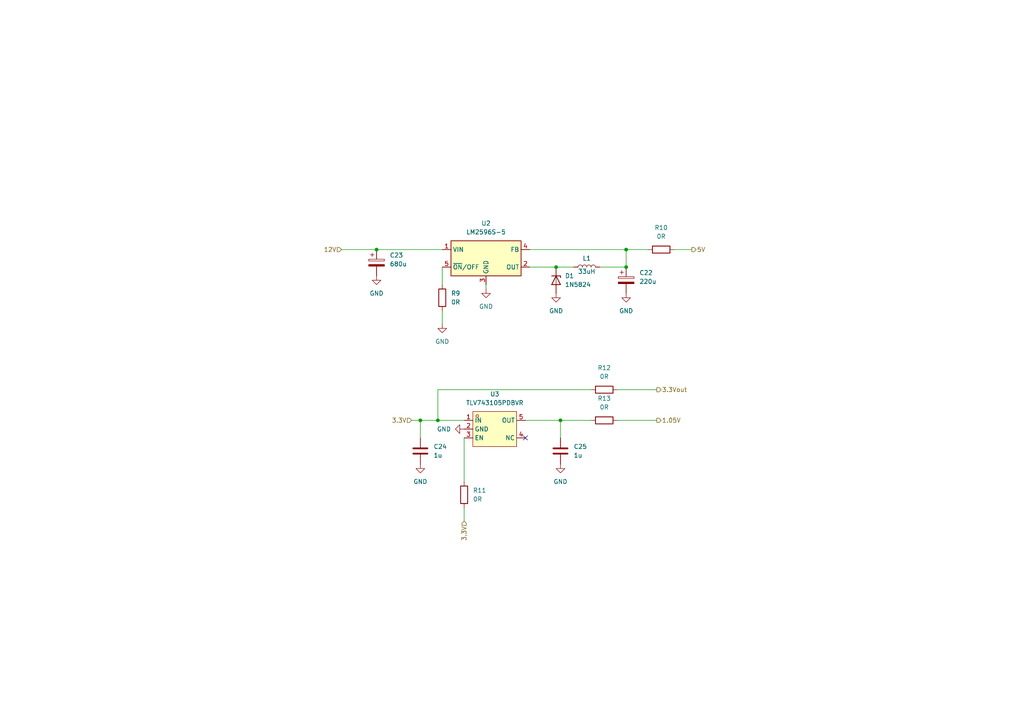
<source format=kicad_sch>
(kicad_sch (version 20230121) (generator eeschema)
  (paper "A4")
  (lib_symbols
    (symbol "Device:C" (pin_numbers hide) (pin_names (offset 0.254))
      (property "Reference" "C" (at 0.635 2.54 0))
      (property "Value" "C" (at 0.635 -2.54 0))
      (symbol "C_0_1"
        (polyline (pts (xy -2.032 -0.762) (xy 2.032 -0.762)) (stroke (width 0.508)))
        (polyline (pts (xy -2.032 0.762) (xy 2.032 0.762)) (stroke (width 0.508)))
      )
      (symbol "C_1_1"
        (pin passive line (at 0 3.81 270) (length 2.794) (name "~") (number "1"))
        (pin passive line (at 0 -3.81 90) (length 2.794) (name "~") (number "2"))
      )
    )
    (symbol "Device:C_Polarized" (pin_numbers hide) (pin_names (offset 0.254))
      (property "Reference" "C" (at 0.635 2.54 0))
      (property "Value" "C_Polarized" (at 0.635 -2.54 0))
      (symbol "C_Polarized_0_1"
        (rectangle (start -2.286 0.508) (end 2.286 1.016))
        (polyline (pts (xy -1.778 2.286) (xy -0.762 2.286)))
        (polyline (pts (xy -1.27 2.794) (xy -1.27 1.778)))
        (rectangle (start 2.286 -0.508) (end -2.286 -1.016) (fill (type outline)))
      )
      (symbol "C_Polarized_1_1"
        (pin passive line (at 0 3.81 270) (length 2.794) (name "~") (number "1"))
        (pin passive line (at 0 -3.81 90) (length 2.794) (name "~") (number "2"))
      )
    )
    (symbol "Device:D_Zener" (pin_numbers hide) (pin_names (offset 1.016) hide)
      (property "Reference" "D" (at 0 2.54 0))
      (property "Value" "D_Zener" (at 0 -2.54 0))
      (symbol "D_Zener_0_1"
        (polyline (pts (xy 1.27 0) (xy -1.27 0)))
        (polyline (pts (xy -1.27 -1.27) (xy -1.27 1.27) (xy -0.762 1.27)) (stroke (width 0.254)))
        (polyline (pts (xy 1.27 -1.27) (xy 1.27 1.27) (xy -1.27 0) (xy 1.27 -1.27)) (stroke (width 0.254)))
      )
      (symbol "D_Zener_1_1"
        (pin passive line (at -3.81 0 0) (length 2.54) (name "K") (number "1"))
        (pin passive line (at 3.81 0 180) (length 2.54) (name "A") (number "2"))
      )
    )
    (symbol "Device:L" (pin_numbers hide) (pin_names (offset 1.016) hide)
      (property "Reference" "L" (at -1.27 0 90))
      (property "Value" "L" (at 1.905 0 90))
      (symbol "L_0_1"
        (arc (start 0 -2.54) (mid 0.6323 -1.905) (end 0 -1.27))
        (arc (start 0 -1.27) (mid 0.6323 -0.635) (end 0 0))
        (arc (start 0 0) (mid 0.6323 0.635) (end 0 1.27))
        (arc (start 0 1.27) (mid 0.6323 1.905) (end 0 2.54))
      )
      (symbol "L_1_1"
        (pin passive line (at 0 3.81 270) (length 1.27) (name "1") (number "1"))
        (pin passive line (at 0 -3.81 90) (length 1.27) (name "2") (number "2"))
      )
    )
    (symbol "Device:R" (pin_numbers hide) (pin_names (offset 0))
      (property "Reference" "R" (at 2.032 0 90))
      (property "Value" "R" (at 0 0 90))
      (symbol "R_0_1"
        (rectangle (start -1.016 -2.54) (end 1.016 2.54) (stroke (width 0.254)))
      )
      (symbol "R_1_1"
        (pin passive line (at 0 3.81 270) (length 1.27) (name "~") (number "1"))
        (pin passive line (at 0 -3.81 90) (length 1.27) (name "~") (number "2"))
      )
    )
    (symbol "NEW:TLV743105PDBVR"
      (property "Reference" "U" (at 0 7.62 0))
      (property "Value" "TLV743105PDBVR" (at 0 -7.62 0))
      (symbol "TLV743105PDBVR_0_1"
        (rectangle (start -6.35 5.08) (end 6.35 -5.08) (fill (type background)))
        (circle (center -5.08 3.81) (radius 0.38))
        (pin unspecified line (at -8.89 2.54 0) (length 2.54) (name "IN") (number "1"))
        (pin unspecified line (at -8.89 0 0) (length 2.54) (name "GND") (number "2"))
        (pin unspecified line (at -8.89 -2.54 0) (length 2.54) (name "EN") (number "3"))
        (pin unspecified line (at 8.89 -2.54 180) (length 2.54) (name "NC") (number "4"))
        (pin unspecified line (at 8.89 2.54 180) (length 2.54) (name "OUT") (number "5"))
      )
    )
    (symbol "Regulator_Switching:LM2596S-5"
      (property "Reference" "U" (at -10.16 6.35 0))
      (property "Value" "LM2596S-5" (at 0 6.35 0))
      (symbol "LM2596S-5_0_1"
        (rectangle (start -10.16 5.08) (end 10.16 -5.08) (stroke (width 0.254)) (fill (type background)))
      )
      (symbol "LM2596S-5_1_1"
        (pin power_in line (at -12.7 2.54 0) (length 2.54) (name "VIN") (number "1"))
        (pin output line (at 12.7 -2.54 180) (length 2.54) (name "OUT") (number "2"))
        (pin power_in line (at 0 -7.62 90) (length 2.54) (name "GND") (number "3"))
        (pin input line (at 12.7 2.54 180) (length 2.54) (name "FB") (number "4"))
        (pin input line (at -12.7 -2.54 0) (length 2.54) (name "~{ON}/OFF") (number "5"))
      )
    )
    (symbol "power:GND" (power) (pin_names (offset 0))
      (property "Value" "GND" (at 0 -3.81 0))
      (symbol "GND_0_1"
        (polyline (pts (xy 0 0) (xy 0 -1.27) (xy 1.27 -1.27) (xy 0 -2.54) (xy -1.27 -1.27) (xy 0 -1.27)))
      )
      (symbol "GND_1_1"
        (pin power_in line (at 0 0 270) (length 0) hide (name "GND") (number "1"))
      )
    )
  )
  (junction (at 161.29 77.47))
  (junction (at 127 121.92))
  (junction (at 121.92 121.92))
  (junction (at 181.61 77.47))
  (junction (at 162.56 121.92))
  (junction (at 181.61 72.39))
  (junction (at 109.22 72.39))
  (no_connect (at 152.4 127))
  (wire (pts (xy 127 121.92) (xy 134.62 121.92)))
  (wire (pts (xy 109.22 72.39) (xy 128.27 72.39)))
  (wire (pts (xy 161.29 77.47) (xy 153.67 77.47)))
  (wire (pts (xy 166.37 77.47) (xy 161.29 77.47)))
  (wire (pts (xy 121.92 127) (xy 121.92 121.92)))
  (wire (pts (xy 121.92 121.92) (xy 127 121.92)))
  (wire (pts (xy 153.67 72.39) (xy 181.61 72.39)))
  (wire (pts (xy 162.56 127) (xy 162.56 121.92)))
  (wire (pts (xy 195.58 72.39) (xy 200.66 72.39)))
  (wire (pts (xy 140.97 83.82) (xy 140.97 82.55)))
  (wire (pts (xy 127 121.92) (xy 127 113.03)))
  (wire (pts (xy 134.62 151.13) (xy 134.62 147.32)))
  (wire (pts (xy 162.56 121.92) (xy 152.4 121.92)))
  (wire (pts (xy 99.06 72.39) (xy 109.22 72.39)))
  (wire (pts (xy 119.38 121.92) (xy 121.92 121.92)))
  (wire (pts (xy 128.27 90.17) (xy 128.27 93.98)))
  (wire (pts (xy 179.07 113.03) (xy 190.5 113.03)))
  (wire (pts (xy 134.62 139.7) (xy 134.62 127)))
  (wire (pts (xy 127 113.03) (xy 171.45 113.03)))
  (wire (pts (xy 190.5 121.92) (xy 179.07 121.92)))
  (wire (pts (xy 171.45 121.92) (xy 162.56 121.92)))
  (wire (pts (xy 181.61 77.47) (xy 173.99 77.47)))
  (wire (pts (xy 181.61 72.39) (xy 181.61 77.47)))
  (wire (pts (xy 128.27 82.55) (xy 128.27 77.47)))
  (wire (pts (xy 181.61 72.39) (xy 187.96 72.39)))
  (hierarchical_label "3.3V" (shape input) (at 119.38 121.92 180))
  (hierarchical_label "3.3Vout" (shape output) (at 190.5 113.03 0))
  (hierarchical_label "12V" (shape input) (at 99.06 72.39 180))
  (hierarchical_label "5V" (shape output) (at 200.66 72.39 0))
  (hierarchical_label "3.3V" (shape input) (at 134.62 151.13 270))
  (hierarchical_label "1.05V" (shape output) (at 190.5 121.92 0))
  (symbol (lib_id "power:GND") (at 109.22 80.01 0) (unit 1)
    (property "Reference" "#PWR011" (effects hide))
    (property "Value" "GND" (at 109.22 85.09 0))
  )
  (symbol (lib_id "power:GND") (at 181.61 85.09 0) (unit 1)
    (property "Reference" "#PWR010" (effects hide))
    (property "Value" "GND" (at 181.61 90.17 0))
  )
  (symbol (lib_id "Device:C_Polarized") (at 109.22 76.2 0) (unit 1)
    (property "Reference" "C23" (at 113.03 74.041 0) (effects (justify left)))
    (property "Value" "680u" (at 113.03 76.581 0) (effects (justify left)))
  )
  (symbol (lib_id "Device:C_Polarized") (at 181.61 81.28 0) (unit 1)
    (property "Reference" "C22" (at 185.42 79.121 0) (effects (justify left)))
    (property "Value" "220u" (at 185.42 81.661 0) (effects (justify left)))
  )
  (symbol (lib_id "power:GND") (at 128.27 93.98 0) (unit 1)
    (property "Reference" "#PWR013" (effects hide))
    (property "Value" "GND" (at 128.27 99.06 0))
  )
  (symbol (lib_id "power:GND") (at 134.62 124.46 270) (unit 1)
    (property "Reference" "#PWR014" (effects hide))
    (property "Value" "GND" (at 130.81 124.46 90) (effects (justify right)))
  )
  (symbol (lib_id "power:GND") (at 140.97 83.82 0) (unit 1)
    (property "Reference" "#PWR012" (effects hide))
    (property "Value" "GND" (at 140.97 88.9 0))
  )
  (symbol (lib_id "Device:R") (at 191.77 72.39 90) (unit 1)
    (property "Reference" "R10" (at 191.77 66.04 90))
    (property "Value" "0R" (at 191.77 68.58 90))
    (property "Footprint" "Resistor_SMD:R_0805_2012Metric" (effects hide))
    (property "LCSC Part" "C304192" (effects hide))
  )
  (symbol (lib_id "Device:C") (at 121.92 130.81 0) (unit 1)
    (property "Reference" "C24" (at 125.73 129.54 0) (effects (justify left)))
    (property "Value" "1u" (at 125.73 132.08 0) (effects (justify left)))
  )
  (symbol (lib_id "Device:L") (at 170.18 77.47 90) (unit 1)
    (property "Reference" "L1" (at 170.18 74.93 90))
    (property "Value" "33uH" (at 170.18 78.74 90))
  )
  (symbol (lib_id "Regulator_Switching:LM2596S-5") (at 140.97 74.93 0) (unit 1)
    (property "Reference" "U2" (at 140.97 64.77 0))
    (property "Value" "LM2596S-5" (at 140.97 67.31 0))
    (property "Footprint" "Package_TO_SOT_SMD:TO-263-5_TabPin3" (effects hide))
    (property "Datasheet" "http://www.ti.com/lit/ds/symlink/lm2596.pdf" (effects hide))
    (property "LCSC Part" "C347421" (effects hide))
  )
  (symbol (lib_id "NEW:TLV743105PDBVR") (at 143.51 124.46 0) (unit 1)
    (property "Reference" "U3" (at 143.51 114.3 0))
    (property "Value" "TLV743105PDBVR" (at 143.51 116.84 0))
    (property "Footprint" "NEW:SOT-23-5_L3.0-W1.7-P0.95-LS2.8-BL" (effects hide))
    (property "Datasheet" "https://lcsc.com/product-detail/Low-Dropout-Regulators-LDO_Texas-Instruments-Texas-Instruments-TLV743105PDBVR_C469896.html" (effects hide))
    (property "LCSC Part" "C469896" (effects hide))
  )
  (symbol (lib_id "Device:D_Zener") (at 161.29 81.28 270) (unit 1)
    (property "Reference" "D1" (at 163.83 80.01 90) (effects (justify left)))
    (property "Value" "1N5824" (at 163.83 82.55 90) (effects (justify left)))
  )
  (symbol (lib_id "Device:R") (at 128.27 86.36 0) (unit 1)
    (property "Reference" "R9" (at 130.81 85.09 0) (effects (justify left)))
    (property "Value" "0R" (at 130.81 87.63 0) (effects (justify left)))
    (property "Footprint" "Resistor_SMD:R_0805_2012Metric" (effects hide))
    (property "LCSC Part" "C304192" (effects hide))
  )
  (symbol (lib_id "Device:R") (at 175.26 113.03 90) (unit 1)
    (property "Reference" "R12" (at 175.26 106.68 90))
    (property "Value" "0R" (at 175.26 109.22 90))
    (property "Footprint" "Resistor_SMD:R_0805_2012Metric" (effects hide))
    (property "LCSC Part" "C304192" (effects hide))
  )
  (symbol (lib_id "Device:R") (at 134.62 143.51 0) (unit 1)
    (property "Reference" "R11" (at 137.16 142.24 0) (effects (justify left)))
    (property "Value" "0R" (at 137.16 144.78 0) (effects (justify left)))
    (property "Footprint" "Resistor_SMD:R_0805_2012Metric" (effects hide))
    (property "LCSC Part" "C304192" (effects hide))
  )
  (symbol (lib_id "power:GND") (at 162.56 134.62 0) (unit 1)
    (property "Reference" "#PWR016" (effects hide))
    (property "Value" "GND" (at 162.56 139.7 0))
  )
  (symbol (lib_id "power:GND") (at 121.92 134.62 0) (unit 1)
    (property "Reference" "#PWR015" (effects hide))
    (property "Value" "GND" (at 121.92 139.7 0))
  )
  (symbol (lib_id "power:GND") (at 161.29 85.09 0) (unit 1)
    (property "Reference" "#PWR09" (effects hide))
    (property "Value" "GND" (at 161.29 90.17 0))
  )
  (symbol (lib_id "Device:C") (at 162.56 130.81 0) (unit 1)
    (property "Reference" "C25" (at 166.37 129.54 0) (effects (justify left)))
    (property "Value" "1u" (at 166.37 132.08 0) (effects (justify left)))
  )
  (symbol (lib_id "Device:R") (at 175.26 121.92 90) (unit 1)
    (property "Reference" "R13" (at 175.26 115.57 90))
    (property "Value" "0R" (at 175.26 118.11 90))
    (property "Footprint" "Resistor_SMD:R_0805_2012Metric" (effects hide))
    (property "LCSC Part" "C304192" (effects hide))
  )
)
</source>
